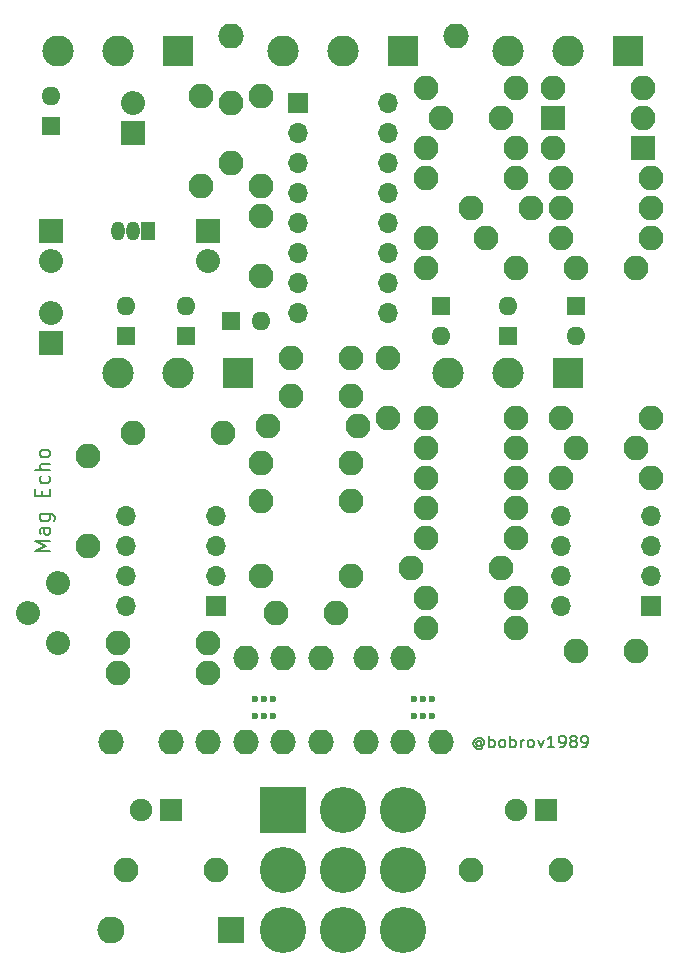
<source format=gbr>
G04 #@! TF.GenerationSoftware,KiCad,Pcbnew,(5.1.6-0-10_14)*
G04 #@! TF.CreationDate,2020-09-02T19:49:47+02:00*
G04 #@! TF.ProjectId,mag-echo,6d61672d-6563-4686-9f2e-6b696361645f,rev?*
G04 #@! TF.SameCoordinates,Original*
G04 #@! TF.FileFunction,Soldermask,Top*
G04 #@! TF.FilePolarity,Negative*
%FSLAX46Y46*%
G04 Gerber Fmt 4.6, Leading zero omitted, Abs format (unit mm)*
G04 Created by KiCad (PCBNEW (5.1.6-0-10_14)) date 2020-09-02 19:49:47*
%MOMM*%
%LPD*%
G01*
G04 APERTURE LIST*
%ADD10C,0.150000*%
%ADD11C,1.900000*%
%ADD12R,1.900000X1.900000*%
%ADD13C,0.600000*%
%ADD14O,2.030400X2.030400*%
%ADD15R,2.030400X2.030400*%
%ADD16R,1.150000X1.600000*%
%ADD17O,1.150000X1.600000*%
%ADD18O,1.700000X1.700000*%
%ADD19R,1.700000X1.700000*%
%ADD20R,3.916000X3.916000*%
%ADD21O,3.916000X3.916000*%
%ADD22O,2.640000X2.640000*%
%ADD23R,2.640000X2.640000*%
%ADD24O,2.100000X2.100000*%
%ADD25O,2.132000X2.132000*%
%ADD26O,2.300000X2.300000*%
%ADD27R,2.300000X2.300000*%
%ADD28R,2.100000X2.100000*%
%ADD29O,1.608000X1.608000*%
%ADD30R,1.608000X1.608000*%
G04 APERTURE END LIST*
D10*
X70104523Y-145518190D02*
X70056904Y-145470571D01*
X69961666Y-145422952D01*
X69866428Y-145422952D01*
X69771190Y-145470571D01*
X69723571Y-145518190D01*
X69675952Y-145613428D01*
X69675952Y-145708666D01*
X69723571Y-145803904D01*
X69771190Y-145851523D01*
X69866428Y-145899142D01*
X69961666Y-145899142D01*
X70056904Y-145851523D01*
X70104523Y-145803904D01*
X70104523Y-145422952D02*
X70104523Y-145803904D01*
X70152142Y-145851523D01*
X70199761Y-145851523D01*
X70295000Y-145803904D01*
X70342619Y-145708666D01*
X70342619Y-145470571D01*
X70247380Y-145327714D01*
X70104523Y-145232476D01*
X69914047Y-145184857D01*
X69723571Y-145232476D01*
X69580714Y-145327714D01*
X69485476Y-145470571D01*
X69437857Y-145661047D01*
X69485476Y-145851523D01*
X69580714Y-145994380D01*
X69723571Y-146089619D01*
X69914047Y-146137238D01*
X70104523Y-146089619D01*
X70247380Y-145994380D01*
X70771190Y-145994380D02*
X70771190Y-144994380D01*
X70771190Y-145375333D02*
X70866428Y-145327714D01*
X71056904Y-145327714D01*
X71152142Y-145375333D01*
X71199761Y-145422952D01*
X71247380Y-145518190D01*
X71247380Y-145803904D01*
X71199761Y-145899142D01*
X71152142Y-145946761D01*
X71056904Y-145994380D01*
X70866428Y-145994380D01*
X70771190Y-145946761D01*
X71818809Y-145994380D02*
X71723571Y-145946761D01*
X71675952Y-145899142D01*
X71628333Y-145803904D01*
X71628333Y-145518190D01*
X71675952Y-145422952D01*
X71723571Y-145375333D01*
X71818809Y-145327714D01*
X71961666Y-145327714D01*
X72056904Y-145375333D01*
X72104523Y-145422952D01*
X72152142Y-145518190D01*
X72152142Y-145803904D01*
X72104523Y-145899142D01*
X72056904Y-145946761D01*
X71961666Y-145994380D01*
X71818809Y-145994380D01*
X72580714Y-145994380D02*
X72580714Y-144994380D01*
X72580714Y-145375333D02*
X72675952Y-145327714D01*
X72866428Y-145327714D01*
X72961666Y-145375333D01*
X73009285Y-145422952D01*
X73056904Y-145518190D01*
X73056904Y-145803904D01*
X73009285Y-145899142D01*
X72961666Y-145946761D01*
X72866428Y-145994380D01*
X72675952Y-145994380D01*
X72580714Y-145946761D01*
X73485476Y-145994380D02*
X73485476Y-145327714D01*
X73485476Y-145518190D02*
X73533095Y-145422952D01*
X73580714Y-145375333D01*
X73675952Y-145327714D01*
X73771190Y-145327714D01*
X74247380Y-145994380D02*
X74152142Y-145946761D01*
X74104523Y-145899142D01*
X74056904Y-145803904D01*
X74056904Y-145518190D01*
X74104523Y-145422952D01*
X74152142Y-145375333D01*
X74247380Y-145327714D01*
X74390238Y-145327714D01*
X74485476Y-145375333D01*
X74533095Y-145422952D01*
X74580714Y-145518190D01*
X74580714Y-145803904D01*
X74533095Y-145899142D01*
X74485476Y-145946761D01*
X74390238Y-145994380D01*
X74247380Y-145994380D01*
X74914047Y-145327714D02*
X75152142Y-145994380D01*
X75390238Y-145327714D01*
X76295000Y-145994380D02*
X75723571Y-145994380D01*
X76009285Y-145994380D02*
X76009285Y-144994380D01*
X75914047Y-145137238D01*
X75818809Y-145232476D01*
X75723571Y-145280095D01*
X76771190Y-145994380D02*
X76961666Y-145994380D01*
X77056904Y-145946761D01*
X77104523Y-145899142D01*
X77199761Y-145756285D01*
X77247380Y-145565809D01*
X77247380Y-145184857D01*
X77199761Y-145089619D01*
X77152142Y-145042000D01*
X77056904Y-144994380D01*
X76866428Y-144994380D01*
X76771190Y-145042000D01*
X76723571Y-145089619D01*
X76675952Y-145184857D01*
X76675952Y-145422952D01*
X76723571Y-145518190D01*
X76771190Y-145565809D01*
X76866428Y-145613428D01*
X77056904Y-145613428D01*
X77152142Y-145565809D01*
X77199761Y-145518190D01*
X77247380Y-145422952D01*
X77818809Y-145422952D02*
X77723571Y-145375333D01*
X77675952Y-145327714D01*
X77628333Y-145232476D01*
X77628333Y-145184857D01*
X77675952Y-145089619D01*
X77723571Y-145042000D01*
X77818809Y-144994380D01*
X78009285Y-144994380D01*
X78104523Y-145042000D01*
X78152142Y-145089619D01*
X78199761Y-145184857D01*
X78199761Y-145232476D01*
X78152142Y-145327714D01*
X78104523Y-145375333D01*
X78009285Y-145422952D01*
X77818809Y-145422952D01*
X77723571Y-145470571D01*
X77675952Y-145518190D01*
X77628333Y-145613428D01*
X77628333Y-145803904D01*
X77675952Y-145899142D01*
X77723571Y-145946761D01*
X77818809Y-145994380D01*
X78009285Y-145994380D01*
X78104523Y-145946761D01*
X78152142Y-145899142D01*
X78199761Y-145803904D01*
X78199761Y-145613428D01*
X78152142Y-145518190D01*
X78104523Y-145470571D01*
X78009285Y-145422952D01*
X78675952Y-145994380D02*
X78866428Y-145994380D01*
X78961666Y-145946761D01*
X79009285Y-145899142D01*
X79104523Y-145756285D01*
X79152142Y-145565809D01*
X79152142Y-145184857D01*
X79104523Y-145089619D01*
X79056904Y-145042000D01*
X78961666Y-144994380D01*
X78771190Y-144994380D01*
X78675952Y-145042000D01*
X78628333Y-145089619D01*
X78580714Y-145184857D01*
X78580714Y-145422952D01*
X78628333Y-145518190D01*
X78675952Y-145565809D01*
X78771190Y-145613428D01*
X78961666Y-145613428D01*
X79056904Y-145565809D01*
X79104523Y-145518190D01*
X79152142Y-145422952D01*
X33585476Y-129350952D02*
X32335476Y-129350952D01*
X33228333Y-128934285D01*
X32335476Y-128517619D01*
X33585476Y-128517619D01*
X33585476Y-127386666D02*
X32930714Y-127386666D01*
X32811666Y-127446190D01*
X32752142Y-127565238D01*
X32752142Y-127803333D01*
X32811666Y-127922380D01*
X33525952Y-127386666D02*
X33585476Y-127505714D01*
X33585476Y-127803333D01*
X33525952Y-127922380D01*
X33406904Y-127981904D01*
X33287857Y-127981904D01*
X33168809Y-127922380D01*
X33109285Y-127803333D01*
X33109285Y-127505714D01*
X33049761Y-127386666D01*
X32752142Y-126255714D02*
X33764047Y-126255714D01*
X33883095Y-126315238D01*
X33942619Y-126374761D01*
X34002142Y-126493809D01*
X34002142Y-126672380D01*
X33942619Y-126791428D01*
X33525952Y-126255714D02*
X33585476Y-126374761D01*
X33585476Y-126612857D01*
X33525952Y-126731904D01*
X33466428Y-126791428D01*
X33347380Y-126850952D01*
X32990238Y-126850952D01*
X32871190Y-126791428D01*
X32811666Y-126731904D01*
X32752142Y-126612857D01*
X32752142Y-126374761D01*
X32811666Y-126255714D01*
X32930714Y-124708095D02*
X32930714Y-124291428D01*
X33585476Y-124112857D02*
X33585476Y-124708095D01*
X32335476Y-124708095D01*
X32335476Y-124112857D01*
X33525952Y-123041428D02*
X33585476Y-123160476D01*
X33585476Y-123398571D01*
X33525952Y-123517619D01*
X33466428Y-123577142D01*
X33347380Y-123636666D01*
X32990238Y-123636666D01*
X32871190Y-123577142D01*
X32811666Y-123517619D01*
X32752142Y-123398571D01*
X32752142Y-123160476D01*
X32811666Y-123041428D01*
X33585476Y-122505714D02*
X32335476Y-122505714D01*
X33585476Y-121970000D02*
X32930714Y-121970000D01*
X32811666Y-122029523D01*
X32752142Y-122148571D01*
X32752142Y-122327142D01*
X32811666Y-122446190D01*
X32871190Y-122505714D01*
X33585476Y-121196190D02*
X33525952Y-121315238D01*
X33466428Y-121374761D01*
X33347380Y-121434285D01*
X32990238Y-121434285D01*
X32871190Y-121374761D01*
X32811666Y-121315238D01*
X32752142Y-121196190D01*
X32752142Y-121017619D01*
X32811666Y-120898571D01*
X32871190Y-120839047D01*
X32990238Y-120779523D01*
X33347380Y-120779523D01*
X33466428Y-120839047D01*
X33525952Y-120898571D01*
X33585476Y-121017619D01*
X33585476Y-121196190D01*
D11*
X41275000Y-151257000D03*
D12*
X43815000Y-151257000D03*
D11*
X73025000Y-151257000D03*
D12*
X75565000Y-151257000D03*
D13*
X52439000Y-143371000D03*
X50939000Y-143371000D03*
X50939000Y-141871000D03*
X52439000Y-141871000D03*
X51689000Y-143371000D03*
X51689000Y-141871000D03*
X65901000Y-143371000D03*
X64401000Y-143371000D03*
X64401000Y-141871000D03*
X65901000Y-141871000D03*
X65151000Y-143371000D03*
X65151000Y-141871000D03*
D14*
X33655000Y-109220000D03*
D15*
X33655000Y-111760000D03*
D14*
X46990000Y-104775000D03*
D15*
X46990000Y-102235000D03*
D14*
X33655000Y-104775000D03*
D15*
X33655000Y-102235000D03*
D14*
X40640000Y-91440000D03*
D15*
X40640000Y-93980000D03*
D16*
X41910000Y-102235000D03*
D17*
X39370000Y-102235000D03*
X40640000Y-102235000D03*
D18*
X76835000Y-133985000D03*
X84455000Y-126365000D03*
X76835000Y-131445000D03*
X84455000Y-128905000D03*
X76835000Y-128905000D03*
X84455000Y-131445000D03*
X76835000Y-126365000D03*
D19*
X84455000Y-133985000D03*
D18*
X62230000Y-91440000D03*
X54610000Y-109220000D03*
X62230000Y-93980000D03*
X54610000Y-106680000D03*
X62230000Y-96520000D03*
X54610000Y-104140000D03*
X62230000Y-99060000D03*
X54610000Y-101600000D03*
X62230000Y-101600000D03*
X54610000Y-99060000D03*
X62230000Y-104140000D03*
X54610000Y-96520000D03*
X62230000Y-106680000D03*
X54610000Y-93980000D03*
X62230000Y-109220000D03*
D19*
X54610000Y-91440000D03*
D18*
X40005000Y-133985000D03*
X47625000Y-126365000D03*
X40005000Y-131445000D03*
X47625000Y-128905000D03*
X40005000Y-128905000D03*
X47625000Y-131445000D03*
X40005000Y-126365000D03*
D19*
X47625000Y-133985000D03*
D20*
X53340000Y-151257000D03*
D21*
X53340000Y-156337000D03*
X53340000Y-161417000D03*
X58420000Y-151257000D03*
X58420000Y-156337000D03*
X58420000Y-161417000D03*
X63500000Y-151257000D03*
X63500000Y-156337000D03*
X63500000Y-161417000D03*
D22*
X67310000Y-114300000D03*
X72390000Y-114300000D03*
D23*
X77470000Y-114300000D03*
D22*
X72390000Y-86995000D03*
X77470000Y-86995000D03*
D23*
X82550000Y-86995000D03*
D22*
X39370000Y-114300000D03*
X44450000Y-114300000D03*
D23*
X49530000Y-114300000D03*
D22*
X53340000Y-86995000D03*
X58420000Y-86995000D03*
D23*
X63500000Y-86995000D03*
D22*
X34290000Y-86995000D03*
X39370000Y-86995000D03*
D23*
X44450000Y-86995000D03*
D14*
X34290000Y-132080000D03*
X31750000Y-134620000D03*
X34290000Y-137160000D03*
D24*
X59055000Y-121920000D03*
X51435000Y-121920000D03*
X51435000Y-125095000D03*
X59055000Y-125095000D03*
X83820000Y-90170000D03*
X76200000Y-90170000D03*
X65405000Y-90170000D03*
X73025000Y-90170000D03*
X84455000Y-123190000D03*
X76835000Y-123190000D03*
X65405000Y-133350000D03*
X73025000Y-133350000D03*
X76835000Y-156337000D03*
X69215000Y-156337000D03*
X73025000Y-135890000D03*
X65405000Y-135890000D03*
X65405000Y-125730000D03*
X73025000Y-125730000D03*
X71755000Y-130810000D03*
X64135000Y-130810000D03*
X47625000Y-156337000D03*
X40005000Y-156337000D03*
X84455000Y-118110000D03*
X76835000Y-118110000D03*
X65405000Y-97790000D03*
X73025000Y-97790000D03*
X84455000Y-100330000D03*
X76835000Y-100330000D03*
X76835000Y-102870000D03*
X84455000Y-102870000D03*
X73025000Y-128270000D03*
X65405000Y-128270000D03*
X73025000Y-95250000D03*
X65405000Y-95250000D03*
X84455000Y-97790000D03*
X76835000Y-97790000D03*
X51435000Y-98425000D03*
X51435000Y-90805000D03*
X46355000Y-90805000D03*
X46355000Y-98425000D03*
X52070000Y-118745000D03*
X59690000Y-118745000D03*
X65405000Y-105410000D03*
X73025000Y-105410000D03*
X73025000Y-120650000D03*
X65405000Y-120650000D03*
X36830000Y-128905000D03*
X36830000Y-121285000D03*
X65405000Y-118110000D03*
X73025000Y-118110000D03*
X73025000Y-123190000D03*
X65405000Y-123190000D03*
X39370000Y-139700000D03*
X46990000Y-139700000D03*
X59055000Y-131445000D03*
X51435000Y-131445000D03*
X46990000Y-137160000D03*
X39370000Y-137160000D03*
X40640000Y-119380000D03*
X48260000Y-119380000D03*
D25*
X48895000Y-85725000D03*
X60325000Y-138430000D03*
X56515000Y-145542000D03*
X43815000Y-145542000D03*
X66675000Y-145542000D03*
X50165000Y-138430000D03*
X63500000Y-145542000D03*
X60325000Y-145542000D03*
X38735000Y-145542000D03*
X50165000Y-145542000D03*
X46990000Y-145542000D03*
X53340000Y-145542000D03*
X56515000Y-138430000D03*
X67945000Y-85725000D03*
X63500000Y-138430000D03*
X53340000Y-138430000D03*
D26*
X38735000Y-161417000D03*
D27*
X48895000Y-161417000D03*
D28*
X83820000Y-95250000D03*
D24*
X76200000Y-95250000D03*
D28*
X76200000Y-92710000D03*
D24*
X83820000Y-92710000D03*
X83185000Y-120650000D03*
X78105000Y-120650000D03*
D29*
X78105000Y-111125000D03*
D30*
X78105000Y-108585000D03*
D24*
X48895000Y-91440000D03*
X48895000Y-96520000D03*
X62230000Y-113030000D03*
X62230000Y-118110000D03*
X59055000Y-113030000D03*
X53975000Y-113030000D03*
X70485000Y-102870000D03*
X65405000Y-102870000D03*
D29*
X40005000Y-108585000D03*
D30*
X40005000Y-111125000D03*
D24*
X78105000Y-105410000D03*
X83185000Y-105410000D03*
X78105000Y-137795000D03*
X83185000Y-137795000D03*
X66675000Y-92710000D03*
X71755000Y-92710000D03*
X74295000Y-100330000D03*
X69215000Y-100330000D03*
D29*
X66675000Y-111125000D03*
D30*
X66675000Y-108585000D03*
D24*
X59055000Y-116205000D03*
X53975000Y-116205000D03*
D29*
X45085000Y-108585000D03*
D30*
X45085000Y-111125000D03*
D24*
X51435000Y-106045000D03*
X51435000Y-100965000D03*
D29*
X33655000Y-90805000D03*
D30*
X33655000Y-93345000D03*
D29*
X72390000Y-108585000D03*
D30*
X72390000Y-111125000D03*
D29*
X51435000Y-109855000D03*
D30*
X48895000Y-109855000D03*
D24*
X52705000Y-134620000D03*
X57785000Y-134620000D03*
M02*

</source>
